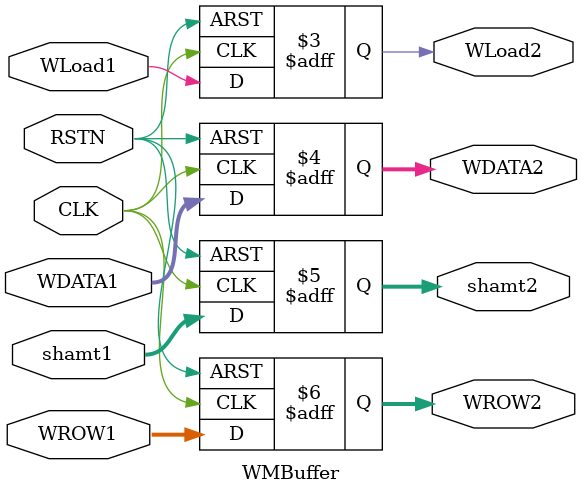
<source format=v>
module WMBuffer(
	input CLK, RSTN, WLoad1,
	input [31:0] WDATA1,
	input [4:0] shamt1,
	input [1:0] WROW1,
	output reg WLoad2,
	output reg [31:0] WDATA2,
	output reg [4:0] shamt2,
	output reg [1:0] WROW2
);
always@(posedge CLK or negedge RSTN) begin
	if(~RSTN) begin
		WDATA2 <= 0;  shamt2 <= 0;  
		WROW2 <= 0;  WLoad2 <= 0;
	end
	else begin
		WDATA2 <= WDATA1;  shamt2 <= shamt1;  
		WROW2 <= WROW1;  WLoad2 <= WLoad1;
	end
end
endmodule


</source>
